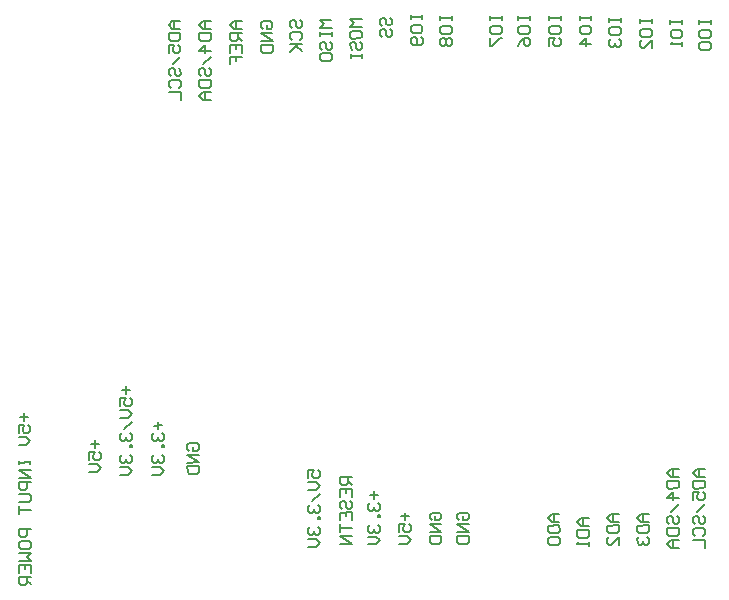
<source format=gbo>
G04 Layer_Color=32896*
%FSLAX44Y44*%
%MOMM*%
G71*
G01*
G75*
%ADD50C,0.2000*%
D50*
X260693Y481306D02*
X259021Y482967D01*
X259009Y486299D01*
X260669Y487971D01*
X267334Y487994D01*
X269006Y486334D01*
X269017Y483002D01*
X267357Y481330D01*
X264025Y481318D01*
X264013Y484650D01*
X269035Y478003D02*
X259038Y477968D01*
X269058Y471339D01*
X259061Y471304D01*
X259073Y467972D02*
X269070Y468007D01*
X269087Y463008D01*
X267427Y461336D01*
X260762Y461313D01*
X259090Y462973D01*
X259073Y467972D01*
X285693Y482307D02*
X284021Y483967D01*
X284009Y487299D01*
X285669Y488971D01*
X287335Y488977D01*
X289007Y487316D01*
X289019Y483984D01*
X290691Y482324D01*
X292357Y482330D01*
X294017Y484002D01*
X294006Y487334D01*
X292334Y488994D01*
X285728Y472310D02*
X284056Y473970D01*
X284044Y477302D01*
X285704Y478974D01*
X292369Y478997D01*
X294041Y477337D01*
X294052Y474005D01*
X292392Y472333D01*
X284073Y468972D02*
X294070Y469007D01*
X290737Y468995D01*
X284096Y462307D01*
X289077Y467323D01*
X294093Y462342D01*
X319000Y489000D02*
X309003Y488965D01*
X312347Y485644D01*
X309027Y482301D01*
X319023Y482336D01*
X309038Y478968D02*
X309050Y475636D01*
X309044Y477302D01*
X319041Y477337D01*
X319035Y479003D01*
X319046Y475671D01*
X310757Y463979D02*
X309085Y465639D01*
X309073Y468972D01*
X310733Y470644D01*
X312400Y470649D01*
X314071Y468989D01*
X314083Y465657D01*
X315755Y463997D01*
X317421Y464002D01*
X319081Y465674D01*
X319070Y469007D01*
X317398Y470667D01*
X309120Y455643D02*
X309108Y458975D01*
X310768Y460647D01*
X317433Y460670D01*
X319105Y459010D01*
X319116Y455678D01*
X317456Y454006D01*
X310791Y453983D01*
X309120Y455643D01*
X345000Y490000D02*
X335003Y489965D01*
X338347Y486645D01*
X335027Y483301D01*
X345023Y483336D01*
X335056Y474970D02*
X335044Y478302D01*
X336704Y479974D01*
X343369Y479997D01*
X345041Y478337D01*
X345052Y475005D01*
X343392Y473333D01*
X336728Y473310D01*
X335056Y474970D01*
X336762Y463313D02*
X335090Y464973D01*
X335079Y468306D01*
X336739Y469977D01*
X338405Y469983D01*
X340077Y468323D01*
X340089Y464991D01*
X341761Y463330D01*
X343427Y463336D01*
X345087Y465008D01*
X345076Y468340D01*
X343404Y470001D01*
X335108Y459975D02*
X335120Y456643D01*
X335114Y458309D01*
X345111Y458344D01*
X345105Y460010D01*
X345116Y456678D01*
X361693Y484306D02*
X360021Y485967D01*
X360009Y489299D01*
X361669Y490971D01*
X363335Y490977D01*
X365007Y489316D01*
X365019Y485984D01*
X366691Y484324D01*
X368357Y484330D01*
X370017Y486002D01*
X370006Y489334D01*
X368334Y490994D01*
X361728Y474310D02*
X360056Y475970D01*
X360044Y479302D01*
X361704Y480974D01*
X363370Y480980D01*
X365042Y479320D01*
X365054Y475988D01*
X366726Y474327D01*
X368392Y474333D01*
X370052Y476005D01*
X370041Y479337D01*
X368369Y480998D01*
X243000Y488000D02*
X236336Y487977D01*
X233015Y484633D01*
X236359Y481312D01*
X243023Y481335D01*
X238025Y481318D01*
X238002Y487982D01*
X243035Y478003D02*
X233038Y477968D01*
X233056Y472970D01*
X234728Y471310D01*
X238060Y471321D01*
X239720Y472993D01*
X239703Y477992D01*
X239714Y474659D02*
X243058Y471339D01*
X233096Y461307D02*
X233073Y467972D01*
X243070Y468007D01*
X243093Y461342D01*
X238071Y467989D02*
X238083Y464657D01*
X233131Y451311D02*
X233108Y457975D01*
X238106Y457992D01*
X238118Y454660D01*
X238106Y457992D01*
X243105Y458010D01*
X217000Y488000D02*
X210336Y487977D01*
X207015Y484633D01*
X210359Y481312D01*
X217023Y481335D01*
X212025Y481318D01*
X212002Y487982D01*
X207038Y477968D02*
X217035Y478003D01*
X217052Y473005D01*
X215392Y471333D01*
X208728Y471310D01*
X207056Y472970D01*
X207038Y477968D01*
X217087Y463008D02*
X207090Y462973D01*
X212071Y467989D01*
X212095Y461325D01*
X217105Y458010D02*
X210464Y451322D01*
X208832Y441320D02*
X207160Y442980D01*
X207149Y446312D01*
X208809Y447984D01*
X210475Y447990D01*
X212147Y446329D01*
X212159Y442997D01*
X213831Y441337D01*
X215497Y441343D01*
X217157Y443015D01*
X217145Y446347D01*
X215473Y448007D01*
X207178Y437981D02*
X217174Y438016D01*
X217192Y433018D01*
X215532Y431346D01*
X208867Y431323D01*
X207195Y432983D01*
X207178Y437981D01*
X217209Y428020D02*
X210545Y427996D01*
X207224Y424652D01*
X210568Y421332D01*
X217233Y421355D01*
X212234Y421338D01*
X212211Y428002D01*
X191000Y488000D02*
X184335Y487977D01*
X181015Y484633D01*
X184359Y481312D01*
X191023Y481335D01*
X186025Y481318D01*
X186002Y487982D01*
X181038Y477968D02*
X191035Y478003D01*
X191052Y473005D01*
X189392Y471333D01*
X182728Y471310D01*
X181056Y472970D01*
X181038Y477968D01*
X181096Y461307D02*
X181073Y467972D01*
X186071Y467989D01*
X184417Y464651D01*
X184423Y462985D01*
X186095Y461325D01*
X189427Y461336D01*
X191087Y463008D01*
X191076Y466340D01*
X189404Y468001D01*
X191105Y458010D02*
X184464Y451322D01*
X182832Y441320D02*
X181160Y442980D01*
X181149Y446312D01*
X182809Y447984D01*
X184475Y447990D01*
X186147Y446329D01*
X186159Y442997D01*
X187831Y441337D01*
X189497Y441343D01*
X191157Y443015D01*
X191145Y446347D01*
X189473Y448007D01*
X182867Y431323D02*
X181195Y432983D01*
X181184Y436315D01*
X182844Y437987D01*
X189508Y438011D01*
X191180Y436350D01*
X191192Y433018D01*
X189532Y431346D01*
X181213Y427985D02*
X191209Y428020D01*
X191233Y421355D01*
X630003Y488965D02*
X630015Y485633D01*
X630009Y487299D01*
X640006Y487334D01*
X640000Y489000D01*
X640012Y485668D01*
X630050Y475636D02*
X630038Y478968D01*
X631698Y480640D01*
X638363Y480664D01*
X640035Y479003D01*
X640046Y475671D01*
X638386Y473999D01*
X631722Y473976D01*
X630050Y475636D01*
X631733Y470644D02*
X630073Y468972D01*
X630085Y465639D01*
X631757Y463979D01*
X638421Y464002D01*
X640081Y465674D01*
X640070Y469007D01*
X638398Y470667D01*
X631733Y470644D01*
X606003Y488965D02*
X606015Y485633D01*
X606009Y487299D01*
X616006Y487334D01*
X616000Y489000D01*
X616012Y485668D01*
X606050Y475636D02*
X606038Y478968D01*
X607699Y480640D01*
X614363Y480664D01*
X616035Y479003D01*
X616046Y475671D01*
X614386Y473999D01*
X607722Y473976D01*
X606050Y475636D01*
X616064Y470673D02*
X616076Y467341D01*
X616070Y469007D01*
X606073Y468972D01*
X607733Y470644D01*
X580003Y489965D02*
X580015Y486633D01*
X580009Y488299D01*
X590006Y488334D01*
X590000Y490000D01*
X590012Y486668D01*
X580050Y476636D02*
X580038Y479968D01*
X581698Y481640D01*
X588363Y481664D01*
X590035Y480003D01*
X590047Y476671D01*
X588386Y474999D01*
X581722Y474976D01*
X580050Y476636D01*
X590087Y465008D02*
X590064Y471673D01*
X583423Y464985D01*
X581757Y464979D01*
X580085Y466640D01*
X580073Y469972D01*
X581733Y471644D01*
X554003Y490965D02*
X554015Y487633D01*
X554009Y489299D01*
X564006Y489334D01*
X564000Y491000D01*
X564012Y487668D01*
X554050Y477636D02*
X554038Y480968D01*
X555699Y482640D01*
X562363Y482664D01*
X564035Y481003D01*
X564047Y477671D01*
X562386Y475999D01*
X555722Y475976D01*
X554050Y477636D01*
X555733Y472644D02*
X554073Y470972D01*
X554085Y467640D01*
X555757Y465979D01*
X557423Y465985D01*
X559083Y467657D01*
X559077Y469323D01*
X559083Y467657D01*
X560755Y465997D01*
X562421Y466002D01*
X564081Y467674D01*
X564070Y471007D01*
X562398Y472667D01*
X529003Y491965D02*
X529015Y488633D01*
X529009Y490299D01*
X539006Y490334D01*
X539000Y492000D01*
X539012Y488668D01*
X529050Y478636D02*
X529038Y481968D01*
X530699Y483640D01*
X537363Y483664D01*
X539035Y482003D01*
X539047Y478671D01*
X537386Y476999D01*
X530722Y476976D01*
X529050Y478636D01*
X539081Y468674D02*
X529085Y468639D01*
X534066Y473655D01*
X534089Y466991D01*
X503003Y491965D02*
X503015Y488633D01*
X503009Y490299D01*
X513006Y490334D01*
X513000Y492000D01*
X513012Y488668D01*
X503050Y478636D02*
X503038Y481968D01*
X504698Y483640D01*
X511363Y483664D01*
X513035Y482003D01*
X513046Y478671D01*
X511386Y476999D01*
X504722Y476976D01*
X503050Y478636D01*
X503091Y466973D02*
X503067Y473638D01*
X508066Y473655D01*
X506411Y470317D01*
X506417Y468651D01*
X508089Y466991D01*
X511421Y467002D01*
X513081Y468674D01*
X513070Y472007D01*
X511398Y473667D01*
X477003Y491965D02*
X477015Y488633D01*
X477009Y490299D01*
X487006Y490334D01*
X487000Y492000D01*
X487012Y488668D01*
X477050Y478636D02*
X477038Y481968D01*
X478699Y483640D01*
X485363Y483664D01*
X487035Y482003D01*
X487047Y478671D01*
X485386Y476999D01*
X478722Y476976D01*
X477050Y478636D01*
X477090Y466973D02*
X478745Y470311D01*
X482066Y473655D01*
X485398Y473667D01*
X487070Y472007D01*
X487081Y468674D01*
X485421Y467002D01*
X483755Y466997D01*
X482083Y468657D01*
X482066Y473655D01*
X453003Y491965D02*
X453015Y488633D01*
X453009Y490299D01*
X463006Y490334D01*
X463000Y492000D01*
X463012Y488668D01*
X453050Y478636D02*
X453038Y481968D01*
X454698Y483640D01*
X461363Y483664D01*
X463035Y482003D01*
X463046Y478671D01*
X461386Y476999D01*
X454722Y476976D01*
X453050Y478636D01*
X453067Y473638D02*
X453091Y466973D01*
X454757Y466979D01*
X461398Y473667D01*
X463064Y473673D01*
X411003Y491965D02*
X411015Y488633D01*
X411009Y490299D01*
X421006Y490334D01*
X421000Y492000D01*
X421012Y488668D01*
X411050Y478636D02*
X411038Y481968D01*
X412699Y483640D01*
X419363Y483664D01*
X421035Y482003D01*
X421046Y478671D01*
X419386Y476999D01*
X412722Y476976D01*
X411050Y478636D01*
X412733Y473644D02*
X411073Y471972D01*
X411085Y468639D01*
X412757Y466979D01*
X414423Y466985D01*
X416083Y468657D01*
X417755Y466997D01*
X419421Y467002D01*
X421081Y468674D01*
X421070Y472007D01*
X419398Y473667D01*
X417732Y473661D01*
X416071Y471989D01*
X414399Y473649D01*
X412733Y473644D01*
X416071Y471989D02*
X416083Y468657D01*
X386003Y492965D02*
X386015Y489633D01*
X386009Y491299D01*
X396006Y491334D01*
X396000Y493000D01*
X396012Y489668D01*
X386050Y479636D02*
X386038Y482968D01*
X387699Y484640D01*
X394363Y484664D01*
X396035Y483003D01*
X396046Y479671D01*
X394386Y477999D01*
X387722Y477976D01*
X386050Y479636D01*
X394398Y474667D02*
X396070Y473007D01*
X396081Y469674D01*
X394421Y468002D01*
X387757Y467979D01*
X386085Y469639D01*
X386073Y472972D01*
X387733Y474644D01*
X389399Y474649D01*
X391071Y472989D01*
X391089Y467991D01*
X512000Y71000D02*
X505336Y70977D01*
X502015Y67633D01*
X505359Y64312D01*
X512023Y64336D01*
X507025Y64318D01*
X507002Y70983D01*
X502038Y60968D02*
X512035Y61003D01*
X512052Y56005D01*
X510392Y54333D01*
X503728Y54310D01*
X502056Y55970D01*
X502038Y60968D01*
X503739Y50978D02*
X502079Y49306D01*
X502090Y45973D01*
X503762Y44313D01*
X510427Y44336D01*
X512087Y46008D01*
X512076Y49340D01*
X510404Y51001D01*
X503739Y50978D01*
X537000Y67000D02*
X530336Y66977D01*
X527015Y63633D01*
X530359Y60312D01*
X537023Y60335D01*
X532025Y60318D01*
X532002Y66982D01*
X527038Y56968D02*
X537035Y57003D01*
X537052Y52005D01*
X535392Y50333D01*
X528728Y50310D01*
X527056Y51970D01*
X527038Y56968D01*
X537070Y47007D02*
X537081Y43674D01*
X537076Y45340D01*
X527079Y45306D01*
X528739Y46978D01*
X562000Y71000D02*
X555336Y70977D01*
X552015Y67633D01*
X555359Y64312D01*
X562023Y64336D01*
X557025Y64318D01*
X557002Y70983D01*
X552038Y60968D02*
X562035Y61003D01*
X562052Y56005D01*
X560392Y54333D01*
X553728Y54310D01*
X552056Y55970D01*
X552038Y60968D01*
X562093Y44342D02*
X562070Y51007D01*
X555429Y44319D01*
X553762Y44313D01*
X552090Y45973D01*
X552079Y49306D01*
X553739Y50978D01*
X588000Y71000D02*
X581335Y70977D01*
X578015Y67633D01*
X581359Y64312D01*
X588023Y64336D01*
X583025Y64318D01*
X583002Y70983D01*
X578038Y60968D02*
X588035Y61003D01*
X588052Y56005D01*
X586392Y54333D01*
X579728Y54310D01*
X578056Y55970D01*
X578038Y60968D01*
X579739Y50978D02*
X578079Y49306D01*
X578091Y45973D01*
X579762Y44313D01*
X581429Y44319D01*
X583089Y45991D01*
X583083Y47657D01*
X583089Y45991D01*
X584761Y44331D01*
X586427Y44336D01*
X588087Y46008D01*
X588076Y49340D01*
X586404Y51001D01*
X613000Y109000D02*
X606335Y108977D01*
X603015Y105633D01*
X606359Y102312D01*
X613023Y102336D01*
X608025Y102318D01*
X608002Y108983D01*
X603038Y98968D02*
X613035Y99003D01*
X613052Y94005D01*
X611392Y92333D01*
X604728Y92310D01*
X603056Y93970D01*
X603038Y98968D01*
X613087Y84008D02*
X603091Y83973D01*
X608071Y88989D01*
X608095Y82325D01*
X613105Y79010D02*
X606464Y72322D01*
X604832Y62320D02*
X603160Y63980D01*
X603149Y67312D01*
X604809Y68984D01*
X606475Y68990D01*
X608147Y67330D01*
X608159Y63997D01*
X609831Y62337D01*
X611497Y62343D01*
X613157Y64015D01*
X613145Y67347D01*
X611474Y69007D01*
X603178Y58981D02*
X613175Y59016D01*
X613192Y54018D01*
X611532Y52346D01*
X604867Y52323D01*
X603195Y53983D01*
X603178Y58981D01*
X613209Y49020D02*
X606545Y48996D01*
X603224Y45653D01*
X606568Y42332D01*
X613233Y42355D01*
X608234Y42338D01*
X608211Y49002D01*
X635000Y109000D02*
X628335Y108977D01*
X625015Y105633D01*
X628359Y102312D01*
X635023Y102336D01*
X630025Y102318D01*
X630002Y108983D01*
X625038Y98968D02*
X635035Y99003D01*
X635052Y94005D01*
X633392Y92333D01*
X626728Y92310D01*
X625056Y93970D01*
X625038Y98968D01*
X625096Y82307D02*
X625073Y88972D01*
X630071Y88989D01*
X628417Y85651D01*
X628423Y83985D01*
X630095Y82325D01*
X633427Y82336D01*
X635087Y84008D01*
X635076Y87340D01*
X633404Y89001D01*
X635105Y79010D02*
X628464Y72322D01*
X626832Y62320D02*
X625160Y63980D01*
X625149Y67312D01*
X626809Y68984D01*
X628475Y68990D01*
X630147Y67330D01*
X630159Y63997D01*
X631831Y62337D01*
X633497Y62343D01*
X635157Y64015D01*
X635145Y67347D01*
X633474Y69007D01*
X626867Y52323D02*
X625195Y53983D01*
X625184Y57315D01*
X626844Y58987D01*
X633508Y59011D01*
X635180Y57350D01*
X635192Y54018D01*
X633532Y52346D01*
X625213Y48985D02*
X635209Y49020D01*
X635233Y42355D01*
X426693Y65307D02*
X425021Y66967D01*
X425009Y70299D01*
X426669Y71971D01*
X433334Y71994D01*
X435006Y70334D01*
X435017Y67002D01*
X433357Y65330D01*
X430025Y65318D01*
X430013Y68650D01*
X435035Y62003D02*
X425038Y61968D01*
X435058Y55339D01*
X425061Y55304D01*
X425073Y51972D02*
X435070Y52007D01*
X435087Y47008D01*
X433427Y45336D01*
X426762Y45313D01*
X425090Y46973D01*
X425073Y51972D01*
X403693Y65307D02*
X402021Y66967D01*
X402009Y70299D01*
X403669Y71971D01*
X410334Y71994D01*
X412006Y70334D01*
X412017Y67002D01*
X410357Y65330D01*
X407025Y65318D01*
X407013Y68650D01*
X412035Y62003D02*
X402038Y61968D01*
X412058Y55339D01*
X402061Y55304D01*
X402073Y51972D02*
X412070Y52007D01*
X412087Y47008D01*
X410427Y45336D01*
X403762Y45313D01*
X402090Y46973D01*
X402073Y51972D01*
X381002Y71983D02*
X381025Y65318D01*
X377681Y68639D02*
X384346Y68662D01*
X376061Y55304D02*
X376038Y61968D01*
X381036Y61986D01*
X379382Y58648D01*
X379388Y56982D01*
X381060Y55321D01*
X384392Y55333D01*
X386052Y57005D01*
X386041Y60337D01*
X384369Y61997D01*
X376073Y51972D02*
X382738Y51995D01*
X386081Y48674D01*
X382761Y45331D01*
X376096Y45307D01*
X355002Y89983D02*
X355025Y83318D01*
X351681Y86639D02*
X358345Y86662D01*
X351704Y79974D02*
X350044Y78302D01*
X350056Y74970D01*
X351728Y73310D01*
X353394Y73316D01*
X355054Y74988D01*
X355048Y76654D01*
X355054Y74988D01*
X356726Y73327D01*
X358392Y73333D01*
X360052Y75005D01*
X360041Y78337D01*
X358369Y79998D01*
X360070Y70007D02*
X358404Y70001D01*
X358410Y68335D01*
X360076Y68340D01*
X360070Y70007D01*
X351768Y61647D02*
X350108Y59975D01*
X350120Y56643D01*
X351791Y54982D01*
X353458Y54988D01*
X355118Y56660D01*
X355112Y58326D01*
X355118Y56660D01*
X356790Y55000D01*
X358456Y55006D01*
X360116Y56678D01*
X360105Y60010D01*
X358433Y61670D01*
X350137Y51644D02*
X356801Y51668D01*
X360145Y48347D01*
X356825Y45003D01*
X350160Y44980D01*
X336000Y102000D02*
X326003Y101965D01*
X326021Y96967D01*
X327693Y95307D01*
X331025Y95318D01*
X332685Y96990D01*
X332668Y101988D01*
X332679Y98656D02*
X336023Y95336D01*
X326061Y85304D02*
X326038Y91968D01*
X336035Y92003D01*
X336058Y85339D01*
X331036Y91986D02*
X331048Y88654D01*
X327762Y75313D02*
X326091Y76973D01*
X326079Y80306D01*
X327739Y81978D01*
X329405Y81983D01*
X331077Y80323D01*
X331089Y76991D01*
X332761Y75331D01*
X334427Y75336D01*
X336087Y77008D01*
X336076Y80340D01*
X334404Y82001D01*
X326131Y65311D02*
X326108Y71975D01*
X336105Y72010D01*
X336128Y65345D01*
X331106Y71992D02*
X331118Y68660D01*
X326143Y61978D02*
X326166Y55314D01*
X326155Y58646D01*
X336151Y58681D01*
X336175Y52016D02*
X326178Y51982D01*
X336198Y45352D01*
X326201Y45317D01*
X299027Y101301D02*
X299003Y107965D01*
X304002Y107983D01*
X302347Y104644D01*
X302353Y102978D01*
X304025Y101318D01*
X307357Y101330D01*
X309017Y103002D01*
X309006Y106334D01*
X307334Y107994D01*
X299038Y97968D02*
X305703Y97992D01*
X309046Y94671D01*
X305726Y91327D01*
X299061Y91304D01*
X309070Y88007D02*
X302429Y81319D01*
X300774Y77981D02*
X299114Y76309D01*
X299125Y72977D01*
X300797Y71316D01*
X302463Y71322D01*
X304124Y72994D01*
X304118Y74660D01*
X304124Y72994D01*
X305796Y71334D01*
X307462Y71340D01*
X309122Y73011D01*
X309111Y76344D01*
X307439Y78004D01*
X309140Y68013D02*
X307474Y68007D01*
X307479Y66341D01*
X309145Y66347D01*
X309140Y68013D01*
X300838Y59654D02*
X299178Y57982D01*
X299189Y54649D01*
X300861Y52989D01*
X302528Y52995D01*
X304188Y54667D01*
X304182Y56333D01*
X304188Y54667D01*
X305860Y53006D01*
X307526Y53012D01*
X309186Y54684D01*
X309174Y58016D01*
X307502Y59677D01*
X299207Y49651D02*
X305871Y49674D01*
X309215Y46354D01*
X305895Y43010D01*
X299230Y42986D01*
X59002Y155983D02*
X59025Y149318D01*
X55681Y152639D02*
X62345Y152662D01*
X54061Y139304D02*
X54038Y145968D01*
X59036Y145986D01*
X57382Y142648D01*
X57388Y140982D01*
X59060Y139321D01*
X62392Y139333D01*
X64052Y141005D01*
X64041Y144337D01*
X62369Y145997D01*
X54073Y135972D02*
X60738Y135995D01*
X64081Y132674D01*
X60761Y129330D01*
X54096Y129307D01*
X54143Y115978D02*
X54155Y112646D01*
X54149Y114312D01*
X64145Y114347D01*
X64140Y116013D01*
X64151Y112681D01*
X64169Y107683D02*
X54172Y107648D01*
X64192Y101018D01*
X54195Y100983D01*
X64204Y97686D02*
X54207Y97651D01*
X54224Y92653D01*
X55896Y90992D01*
X59229Y91004D01*
X60889Y92676D01*
X60871Y97674D01*
X54242Y87654D02*
X62572Y87683D01*
X64244Y86023D01*
X64256Y82691D01*
X62596Y81019D01*
X54265Y80990D01*
X54277Y77657D02*
X54300Y70993D01*
X54288Y74325D01*
X64285Y74360D01*
X64343Y57699D02*
X54346Y57664D01*
X54364Y52666D01*
X56036Y51005D01*
X59368Y51017D01*
X61028Y52689D01*
X61011Y57687D01*
X54399Y42669D02*
X54387Y46001D01*
X56047Y47673D01*
X62712Y47696D01*
X64384Y46036D01*
X64395Y42704D01*
X62735Y41032D01*
X56071Y41009D01*
X54399Y42669D01*
X54416Y37671D02*
X64413Y37706D01*
X61092Y34362D01*
X64436Y31041D01*
X54440Y31006D01*
X54474Y21009D02*
X54451Y27674D01*
X64448Y27709D01*
X64471Y21044D01*
X59450Y27691D02*
X59461Y24359D01*
X64483Y17712D02*
X54486Y17677D01*
X54503Y12679D01*
X56175Y11019D01*
X59508Y11030D01*
X61168Y12702D01*
X61150Y17700D01*
X61162Y14368D02*
X64506Y11048D01*
X172002Y148983D02*
X172025Y142318D01*
X168681Y145639D02*
X175345Y145662D01*
X168704Y138974D02*
X167044Y137302D01*
X167056Y133970D01*
X168728Y132310D01*
X170394Y132316D01*
X172054Y133988D01*
X172048Y135654D01*
X172054Y133988D01*
X173726Y132327D01*
X175392Y132333D01*
X177052Y134005D01*
X177041Y137337D01*
X175369Y138997D01*
X177070Y129007D02*
X175404Y129001D01*
X175410Y127335D01*
X177076Y127340D01*
X177070Y129007D01*
X168768Y120647D02*
X167108Y118975D01*
X167120Y115643D01*
X168792Y113982D01*
X170458Y113988D01*
X172118Y115660D01*
X172112Y117326D01*
X172118Y115660D01*
X173790Y114000D01*
X175456Y114006D01*
X177116Y115678D01*
X177105Y119010D01*
X175433Y120670D01*
X167137Y110644D02*
X173801Y110668D01*
X177145Y107347D01*
X173825Y104003D01*
X167160Y103980D01*
X145002Y178983D02*
X145025Y172318D01*
X141681Y175639D02*
X148345Y175662D01*
X140061Y162304D02*
X140038Y168968D01*
X145036Y168986D01*
X143382Y165648D01*
X143388Y163982D01*
X145060Y162321D01*
X148392Y162333D01*
X150052Y164005D01*
X150041Y167337D01*
X148369Y168997D01*
X140073Y158972D02*
X146738Y158995D01*
X150081Y155674D01*
X146761Y152331D01*
X140096Y152307D01*
X150105Y149010D02*
X143463Y142322D01*
X141809Y138984D02*
X140149Y137312D01*
X140160Y133980D01*
X141832Y132320D01*
X143498Y132325D01*
X145159Y133997D01*
X145153Y135663D01*
X145159Y133997D01*
X146831Y132337D01*
X148497Y132343D01*
X150157Y134015D01*
X150145Y137347D01*
X148474Y139007D01*
X150175Y129016D02*
X148508Y129011D01*
X148514Y127344D01*
X150180Y127350D01*
X150175Y129016D01*
X141873Y120657D02*
X140213Y118985D01*
X140224Y115653D01*
X141896Y113992D01*
X143562Y113998D01*
X145223Y115670D01*
X145217Y117336D01*
X145223Y115670D01*
X146895Y114010D01*
X148561Y114016D01*
X150221Y115687D01*
X150209Y119020D01*
X148537Y120680D01*
X140242Y110654D02*
X146906Y110677D01*
X150250Y107357D01*
X146930Y104013D01*
X140265Y103990D01*
X119002Y132983D02*
X119025Y126318D01*
X115681Y129639D02*
X122346Y129662D01*
X114061Y116304D02*
X114038Y122968D01*
X119037Y122986D01*
X117382Y119648D01*
X117388Y117982D01*
X119060Y116321D01*
X122392Y116333D01*
X124052Y118005D01*
X124041Y121337D01*
X122369Y122997D01*
X114073Y112972D02*
X120738Y112995D01*
X124081Y109674D01*
X120761Y106330D01*
X114096Y106307D01*
X198693Y124306D02*
X197021Y125967D01*
X197009Y129299D01*
X198669Y130971D01*
X205334Y130994D01*
X207006Y129334D01*
X207017Y126002D01*
X205357Y124330D01*
X202025Y124318D01*
X202013Y127650D01*
X207035Y121003D02*
X197038Y120968D01*
X207058Y114339D01*
X197061Y114304D01*
X197073Y110972D02*
X207070Y111007D01*
X207087Y106008D01*
X205427Y104336D01*
X198762Y104313D01*
X197090Y105973D01*
X197073Y110972D01*
M02*

</source>
